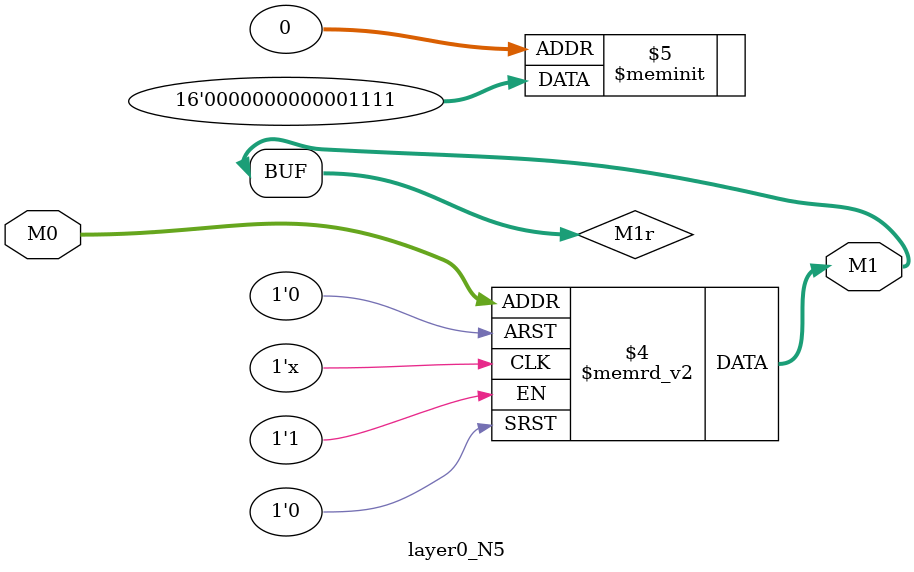
<source format=v>
module layer0_N5 ( input [2:0] M0, output [1:0] M1 );

	(*rom_style = "distributed" *) reg [1:0] M1r;
	assign M1 = M1r;
	always @ (M0) begin
		case (M0)
			3'b000: M1r = 2'b11;
			3'b100: M1r = 2'b00;
			3'b010: M1r = 2'b00;
			3'b110: M1r = 2'b00;
			3'b001: M1r = 2'b11;
			3'b101: M1r = 2'b00;
			3'b011: M1r = 2'b00;
			3'b111: M1r = 2'b00;

		endcase
	end
endmodule

</source>
